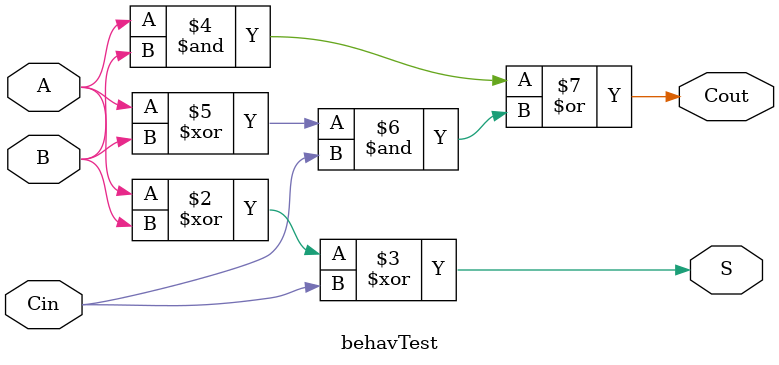
<source format=v>
module behavTest( A, B, Cin, S, Cout);

 input wire A, B, Cin;
 output reg S, Cout;

 always @(A or B or Cin)
  begin 
   S = A ^ B ^ Cin; 
   Cout = A&B | (A^B) & Cin; 
  end
  
endmodule
</source>
